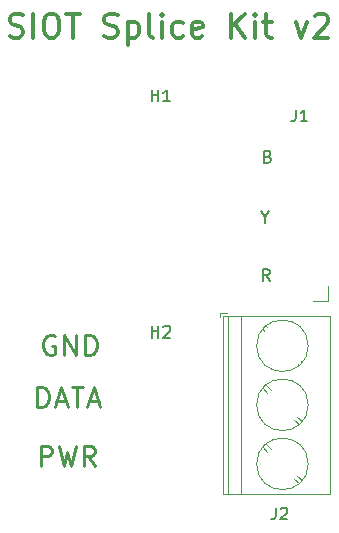
<source format=gbr>
G04 #@! TF.GenerationSoftware,KiCad,Pcbnew,5.1.4*
G04 #@! TF.CreationDate,2020-01-07T14:43:42-05:00*
G04 #@! TF.ProjectId,siot-splice-kit,73696f74-2d73-4706-9c69-63652d6b6974,rev?*
G04 #@! TF.SameCoordinates,Original*
G04 #@! TF.FileFunction,Legend,Top*
G04 #@! TF.FilePolarity,Positive*
%FSLAX46Y46*%
G04 Gerber Fmt 4.6, Leading zero omitted, Abs format (unit mm)*
G04 Created by KiCad (PCBNEW 5.1.4) date 2020-01-07 14:43:42*
%MOMM*%
%LPD*%
G04 APERTURE LIST*
%ADD10C,0.300000*%
%ADD11C,0.250000*%
%ADD12C,0.120000*%
%ADD13C,0.150000*%
G04 APERTURE END LIST*
D10*
X67523809Y-66009523D02*
X67809523Y-66104761D01*
X68285714Y-66104761D01*
X68476190Y-66009523D01*
X68571428Y-65914285D01*
X68666666Y-65723809D01*
X68666666Y-65533333D01*
X68571428Y-65342857D01*
X68476190Y-65247619D01*
X68285714Y-65152380D01*
X67904761Y-65057142D01*
X67714285Y-64961904D01*
X67619047Y-64866666D01*
X67523809Y-64676190D01*
X67523809Y-64485714D01*
X67619047Y-64295238D01*
X67714285Y-64200000D01*
X67904761Y-64104761D01*
X68380952Y-64104761D01*
X68666666Y-64200000D01*
X69523809Y-66104761D02*
X69523809Y-64104761D01*
X70857142Y-64104761D02*
X71238095Y-64104761D01*
X71428571Y-64200000D01*
X71619047Y-64390476D01*
X71714285Y-64771428D01*
X71714285Y-65438095D01*
X71619047Y-65819047D01*
X71428571Y-66009523D01*
X71238095Y-66104761D01*
X70857142Y-66104761D01*
X70666666Y-66009523D01*
X70476190Y-65819047D01*
X70380952Y-65438095D01*
X70380952Y-64771428D01*
X70476190Y-64390476D01*
X70666666Y-64200000D01*
X70857142Y-64104761D01*
X72285714Y-64104761D02*
X73428571Y-64104761D01*
X72857142Y-66104761D02*
X72857142Y-64104761D01*
X75523809Y-66009523D02*
X75809523Y-66104761D01*
X76285714Y-66104761D01*
X76476190Y-66009523D01*
X76571428Y-65914285D01*
X76666666Y-65723809D01*
X76666666Y-65533333D01*
X76571428Y-65342857D01*
X76476190Y-65247619D01*
X76285714Y-65152380D01*
X75904761Y-65057142D01*
X75714285Y-64961904D01*
X75619047Y-64866666D01*
X75523809Y-64676190D01*
X75523809Y-64485714D01*
X75619047Y-64295238D01*
X75714285Y-64200000D01*
X75904761Y-64104761D01*
X76380952Y-64104761D01*
X76666666Y-64200000D01*
X77523809Y-64771428D02*
X77523809Y-66771428D01*
X77523809Y-64866666D02*
X77714285Y-64771428D01*
X78095238Y-64771428D01*
X78285714Y-64866666D01*
X78380952Y-64961904D01*
X78476190Y-65152380D01*
X78476190Y-65723809D01*
X78380952Y-65914285D01*
X78285714Y-66009523D01*
X78095238Y-66104761D01*
X77714285Y-66104761D01*
X77523809Y-66009523D01*
X79619047Y-66104761D02*
X79428571Y-66009523D01*
X79333333Y-65819047D01*
X79333333Y-64104761D01*
X80380952Y-66104761D02*
X80380952Y-64771428D01*
X80380952Y-64104761D02*
X80285714Y-64200000D01*
X80380952Y-64295238D01*
X80476190Y-64200000D01*
X80380952Y-64104761D01*
X80380952Y-64295238D01*
X82190476Y-66009523D02*
X81999999Y-66104761D01*
X81619047Y-66104761D01*
X81428571Y-66009523D01*
X81333333Y-65914285D01*
X81238095Y-65723809D01*
X81238095Y-65152380D01*
X81333333Y-64961904D01*
X81428571Y-64866666D01*
X81619047Y-64771428D01*
X81999999Y-64771428D01*
X82190476Y-64866666D01*
X83809523Y-66009523D02*
X83619047Y-66104761D01*
X83238095Y-66104761D01*
X83047619Y-66009523D01*
X82952380Y-65819047D01*
X82952380Y-65057142D01*
X83047619Y-64866666D01*
X83238095Y-64771428D01*
X83619047Y-64771428D01*
X83809523Y-64866666D01*
X83904761Y-65057142D01*
X83904761Y-65247619D01*
X82952380Y-65438095D01*
X86285714Y-66104761D02*
X86285714Y-64104761D01*
X87428571Y-66104761D02*
X86571428Y-64961904D01*
X87428571Y-64104761D02*
X86285714Y-65247619D01*
X88285714Y-66104761D02*
X88285714Y-64771428D01*
X88285714Y-64104761D02*
X88190476Y-64200000D01*
X88285714Y-64295238D01*
X88380952Y-64200000D01*
X88285714Y-64104761D01*
X88285714Y-64295238D01*
X88952380Y-64771428D02*
X89714285Y-64771428D01*
X89238095Y-64104761D02*
X89238095Y-65819047D01*
X89333333Y-66009523D01*
X89523809Y-66104761D01*
X89714285Y-66104761D01*
X91714285Y-64771428D02*
X92190476Y-66104761D01*
X92666666Y-64771428D01*
X93333333Y-64295238D02*
X93428571Y-64200000D01*
X93619047Y-64104761D01*
X94095238Y-64104761D01*
X94285714Y-64200000D01*
X94380952Y-64295238D01*
X94476190Y-64485714D01*
X94476190Y-64676190D01*
X94380952Y-64961904D01*
X93238095Y-66104761D01*
X94476190Y-66104761D01*
D11*
X70133333Y-102369047D02*
X70133333Y-100669047D01*
X70780952Y-100669047D01*
X70942857Y-100750000D01*
X71023809Y-100830952D01*
X71104761Y-100992857D01*
X71104761Y-101235714D01*
X71023809Y-101397619D01*
X70942857Y-101478571D01*
X70780952Y-101559523D01*
X70133333Y-101559523D01*
X71671428Y-100669047D02*
X72076190Y-102369047D01*
X72400000Y-101154761D01*
X72723809Y-102369047D01*
X73128571Y-100669047D01*
X74747619Y-102369047D02*
X74180952Y-101559523D01*
X73776190Y-102369047D02*
X73776190Y-100669047D01*
X74423809Y-100669047D01*
X74585714Y-100750000D01*
X74666666Y-100830952D01*
X74747619Y-100992857D01*
X74747619Y-101235714D01*
X74666666Y-101397619D01*
X74585714Y-101478571D01*
X74423809Y-101559523D01*
X73776190Y-101559523D01*
X69850000Y-97369047D02*
X69850000Y-95669047D01*
X70254761Y-95669047D01*
X70497619Y-95750000D01*
X70659523Y-95911904D01*
X70740476Y-96073809D01*
X70821428Y-96397619D01*
X70821428Y-96640476D01*
X70740476Y-96964285D01*
X70659523Y-97126190D01*
X70497619Y-97288095D01*
X70254761Y-97369047D01*
X69850000Y-97369047D01*
X71469047Y-96883333D02*
X72278571Y-96883333D01*
X71307142Y-97369047D02*
X71873809Y-95669047D01*
X72440476Y-97369047D01*
X72764285Y-95669047D02*
X73735714Y-95669047D01*
X73250000Y-97369047D02*
X73250000Y-95669047D01*
X74221428Y-96883333D02*
X75030952Y-96883333D01*
X74059523Y-97369047D02*
X74626190Y-95669047D01*
X75192857Y-97369047D01*
X71304761Y-91350000D02*
X71142857Y-91269047D01*
X70900000Y-91269047D01*
X70657142Y-91350000D01*
X70495238Y-91511904D01*
X70414285Y-91673809D01*
X70333333Y-91997619D01*
X70333333Y-92240476D01*
X70414285Y-92564285D01*
X70495238Y-92726190D01*
X70657142Y-92888095D01*
X70900000Y-92969047D01*
X71061904Y-92969047D01*
X71304761Y-92888095D01*
X71385714Y-92807142D01*
X71385714Y-92240476D01*
X71061904Y-92240476D01*
X72114285Y-92969047D02*
X72114285Y-91269047D01*
X73085714Y-92969047D01*
X73085714Y-91269047D01*
X73895238Y-92969047D02*
X73895238Y-91269047D01*
X74300000Y-91269047D01*
X74542857Y-91350000D01*
X74704761Y-91511904D01*
X74785714Y-91673809D01*
X74866666Y-91997619D01*
X74866666Y-92240476D01*
X74785714Y-92564285D01*
X74704761Y-92726190D01*
X74542857Y-92888095D01*
X74300000Y-92969047D01*
X73895238Y-92969047D01*
D12*
X85300000Y-89400000D02*
X85300000Y-89800000D01*
X85940000Y-89400000D02*
X85300000Y-89400000D01*
X89608000Y-100942000D02*
X89212000Y-100547000D01*
X92254000Y-103588000D02*
X91874000Y-103208000D01*
X89326000Y-101193000D02*
X88946000Y-100813000D01*
X91988000Y-103854000D02*
X91592000Y-103459000D01*
X89608000Y-95942000D02*
X89212000Y-95547000D01*
X92254000Y-98588000D02*
X91874000Y-98208000D01*
X89326000Y-96193000D02*
X88946000Y-95813000D01*
X91988000Y-98854000D02*
X91592000Y-98459000D01*
X89319000Y-90652000D02*
X89212000Y-90546000D01*
X92254000Y-93588000D02*
X92147000Y-93481000D01*
X89053000Y-90918000D02*
X88946000Y-90812000D01*
X91988000Y-93854000D02*
X91881000Y-93747000D01*
X94660000Y-104760000D02*
X85540000Y-104760000D01*
X94660000Y-89640000D02*
X85540000Y-89640000D01*
X85540000Y-89640000D02*
X85540000Y-104760000D01*
X94660000Y-89640000D02*
X94660000Y-104760000D01*
X87100000Y-89640000D02*
X87100000Y-104760000D01*
X86000000Y-89640000D02*
X86000000Y-104760000D01*
X92780000Y-102200000D02*
G75*
G03X92780000Y-102200000I-2180000J0D01*
G01*
X92780000Y-97200000D02*
G75*
G03X92780000Y-97200000I-2180000J0D01*
G01*
X92780000Y-92200000D02*
G75*
G03X92780000Y-92200000I-2180000J0D01*
G01*
X94500000Y-88450000D02*
X93170000Y-88450000D01*
X94500000Y-87120000D02*
X94500000Y-88450000D01*
D13*
X79518095Y-91502380D02*
X79518095Y-90502380D01*
X79518095Y-90978571D02*
X80089523Y-90978571D01*
X80089523Y-91502380D02*
X80089523Y-90502380D01*
X80518095Y-90597619D02*
X80565714Y-90550000D01*
X80660952Y-90502380D01*
X80899047Y-90502380D01*
X80994285Y-90550000D01*
X81041904Y-90597619D01*
X81089523Y-90692857D01*
X81089523Y-90788095D01*
X81041904Y-90930952D01*
X80470476Y-91502380D01*
X81089523Y-91502380D01*
X79518095Y-71512380D02*
X79518095Y-70512380D01*
X79518095Y-70988571D02*
X80089523Y-70988571D01*
X80089523Y-71512380D02*
X80089523Y-70512380D01*
X81089523Y-71512380D02*
X80518095Y-71512380D01*
X80803809Y-71512380D02*
X80803809Y-70512380D01*
X80708571Y-70655238D01*
X80613333Y-70750476D01*
X80518095Y-70798095D01*
X90016666Y-105902380D02*
X90016666Y-106616666D01*
X89969047Y-106759523D01*
X89873809Y-106854761D01*
X89730952Y-106902380D01*
X89635714Y-106902380D01*
X90445238Y-105997619D02*
X90492857Y-105950000D01*
X90588095Y-105902380D01*
X90826190Y-105902380D01*
X90921428Y-105950000D01*
X90969047Y-105997619D01*
X91016666Y-106092857D01*
X91016666Y-106188095D01*
X90969047Y-106330952D01*
X90397619Y-106902380D01*
X91016666Y-106902380D01*
X91716666Y-72202380D02*
X91716666Y-72916666D01*
X91669047Y-73059523D01*
X91573809Y-73154761D01*
X91430952Y-73202380D01*
X91335714Y-73202380D01*
X92716666Y-73202380D02*
X92145238Y-73202380D01*
X92430952Y-73202380D02*
X92430952Y-72202380D01*
X92335714Y-72345238D01*
X92240476Y-72440476D01*
X92145238Y-72488095D01*
X89371428Y-76178571D02*
X89514285Y-76226190D01*
X89561904Y-76273809D01*
X89609523Y-76369047D01*
X89609523Y-76511904D01*
X89561904Y-76607142D01*
X89514285Y-76654761D01*
X89419047Y-76702380D01*
X89038095Y-76702380D01*
X89038095Y-75702380D01*
X89371428Y-75702380D01*
X89466666Y-75750000D01*
X89514285Y-75797619D01*
X89561904Y-75892857D01*
X89561904Y-75988095D01*
X89514285Y-76083333D01*
X89466666Y-76130952D01*
X89371428Y-76178571D01*
X89038095Y-76178571D01*
X89100000Y-81326190D02*
X89100000Y-81802380D01*
X88766666Y-80802380D02*
X89100000Y-81326190D01*
X89433333Y-80802380D01*
X89509523Y-86702380D02*
X89176190Y-86226190D01*
X88938095Y-86702380D02*
X88938095Y-85702380D01*
X89319047Y-85702380D01*
X89414285Y-85750000D01*
X89461904Y-85797619D01*
X89509523Y-85892857D01*
X89509523Y-86035714D01*
X89461904Y-86130952D01*
X89414285Y-86178571D01*
X89319047Y-86226190D01*
X88938095Y-86226190D01*
M02*

</source>
